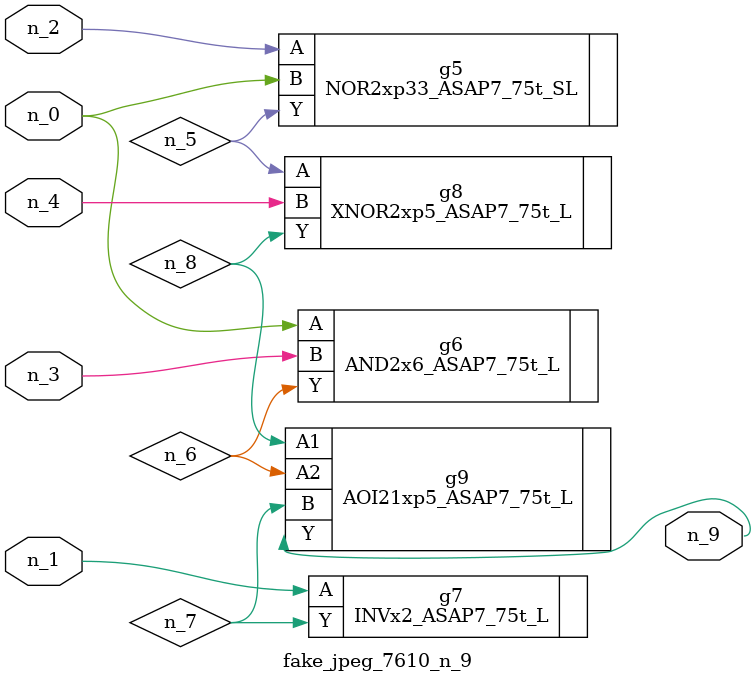
<source format=v>
module fake_jpeg_7610_n_9 (n_3, n_2, n_1, n_0, n_4, n_9);

input n_3;
input n_2;
input n_1;
input n_0;
input n_4;

output n_9;

wire n_8;
wire n_6;
wire n_5;
wire n_7;

NOR2xp33_ASAP7_75t_SL g5 ( 
.A(n_2),
.B(n_0),
.Y(n_5)
);

AND2x6_ASAP7_75t_L g6 ( 
.A(n_0),
.B(n_3),
.Y(n_6)
);

INVx2_ASAP7_75t_L g7 ( 
.A(n_1),
.Y(n_7)
);

XNOR2xp5_ASAP7_75t_L g8 ( 
.A(n_5),
.B(n_4),
.Y(n_8)
);

AOI21xp5_ASAP7_75t_L g9 ( 
.A1(n_8),
.A2(n_6),
.B(n_7),
.Y(n_9)
);


endmodule
</source>
